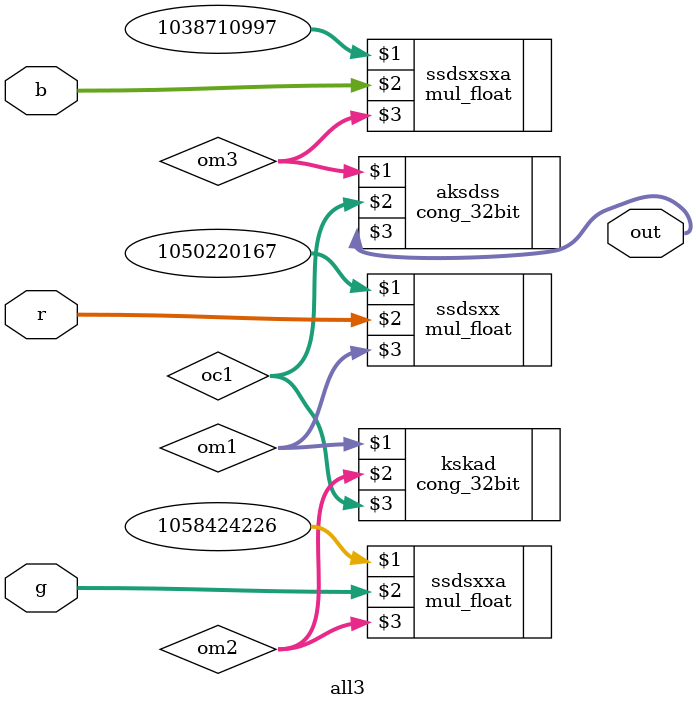
<source format=v>
module all3 (r,g,b, out);
input [31:0] g, r,b;
output [31:0] out;

wire [31:0] om1, om2, om3;
mul_float ssdsxx (32'b00111110100110010001011010000111, r, om1);
mul_float ssdsxxa (32'b00111111000101100100010110100010, g, om2);
mul_float ssdsxsxa (32'b00111101111010010111100011010101, b, om3);

wire [31:0] oc1;
cong_32bit kskad (om1, om2, oc1);
cong_32bit aksdss (om3, oc1, out);

endmodule

</source>
